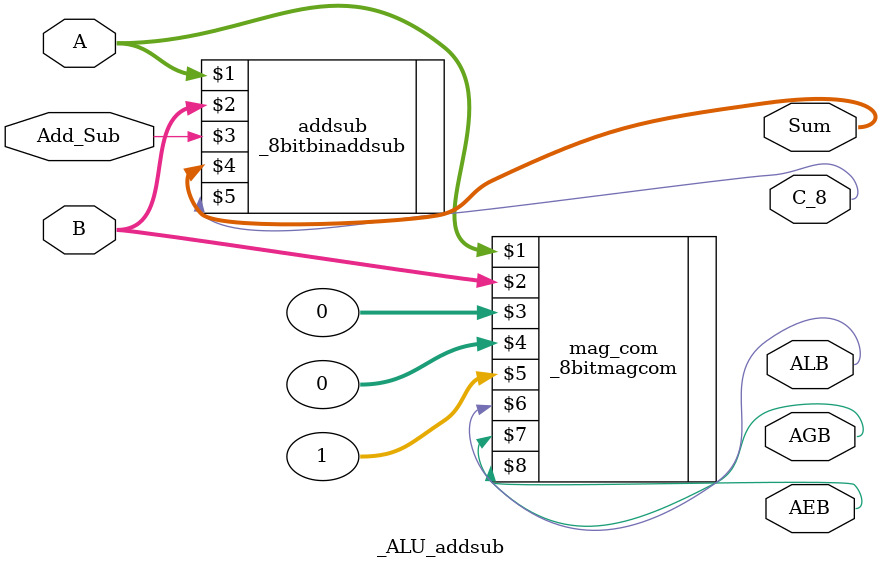
<source format=v>
`timescale 1ns / 1ps

module _ALU_addsub(
    input[7:0] A, B,
    input Add_Sub, //sign_A, sign_B,
    output[7:0] Sum,
    output C_8, ALB, AGB, AEB//, Final_sign
    );
    //This add_sub module does pure binary addition or 2s comp subtraction
    //Leaves negative nums in 2s comp form

    _8bitbinaddsub addsub( A[7:0], B[7:0], Add_Sub, Sum[7:0], C_8);
    
    //This mag_com module compares the two 8 bit numbers to determine relative magnitude
    _8bitmagcom mag_com( A[7:0], B[7:0], 0, 0, 1, ALB, AGB, AEB);
    

    
endmodule

</source>
